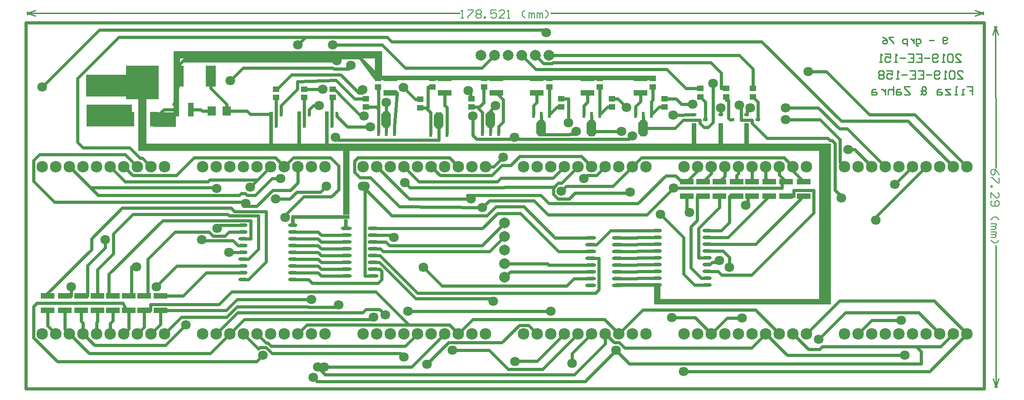
<source format=gbl>
%FSLAX23Y23*%
%MOIN*%
G70*
G01*
G75*
G04 Layer_Physical_Order=2*
G04 Layer_Color=16711680*
%ADD10C,0.010*%
%ADD11C,0.024*%
%ADD12C,0.006*%
%ADD13C,0.079*%
%ADD14C,0.085*%
%ADD15C,0.071*%
%ADD16O,0.067X0.024*%
%ADD17O,0.079X0.024*%
%ADD18R,0.075X0.157*%
%ADD19R,0.059X0.110*%
%ADD20R,0.240X0.248*%
%ADD21R,0.063X0.071*%
%ADD22R,0.051X0.039*%
%ADD23R,0.102X0.043*%
%ADD24R,0.043X0.102*%
%ADD25R,0.024X0.033*%
%ADD26R,0.033X0.024*%
G04:AMPARAMS|DCode=27|XSize=71mil|YSize=118mil|CornerRadius=0mil|HoleSize=0mil|Usage=FLASHONLY|Rotation=0.000|XOffset=0mil|YOffset=0mil|HoleType=Round|Shape=Octagon|*
%AMOCTAGOND27*
4,1,8,-0.018,0.059,0.018,0.059,0.035,0.041,0.035,-0.041,0.018,-0.059,-0.018,-0.059,-0.035,-0.041,-0.035,0.041,-0.018,0.059,0.0*
%
%ADD27OCTAGOND27*%

%ADD28R,0.020X0.047*%
%ADD29R,0.020X0.063*%
%ADD30R,2.050X0.035*%
%ADD31R,0.430X0.030*%
%ADD32R,0.025X0.070*%
%ADD33R,0.025X0.060*%
%ADD34R,0.430X0.160*%
%ADD35R,0.335X0.160*%
%ADD36R,0.170X0.110*%
%ADD37R,0.040X0.150*%
%ADD38R,0.045X0.120*%
%ADD39R,1.490X0.055*%
%ADD40R,0.055X0.160*%
%ADD41R,0.060X0.410*%
%ADD42R,5.035X0.055*%
%ADD43R,0.050X0.485*%
%ADD44R,0.025X0.245*%
%ADD45R,0.025X0.285*%
%ADD46R,0.035X0.170*%
%ADD47R,0.035X0.185*%
%ADD48R,0.325X0.025*%
%ADD49R,0.085X1.180*%
%ADD50R,1.300X0.040*%
%ADD51R,0.045X0.150*%
D10*
X8223Y4100D02*
Y4120D01*
X1195Y4100D02*
Y4120D01*
X8163Y4090D02*
X8223Y4110D01*
X8163Y4130D02*
X8223Y4110D01*
X1195D02*
X1255Y4090D01*
X1195Y4110D02*
X1255Y4130D01*
X5045Y4110D02*
X8223D01*
X1195D02*
X4373D01*
X8308Y1360D02*
X8328Y1360D01*
X8304Y4009D02*
X8324Y4009D01*
X8298Y1420D02*
X8318Y1360D01*
X8338Y1420D01*
X8294Y3949D02*
X8314Y4009D01*
X8334Y3949D01*
X8317Y2398D02*
X8318Y1360D01*
X8314Y4009D02*
X8316Y2970D01*
X7960Y3893D02*
X7952Y3885D01*
X7935D01*
X7927Y3893D01*
Y3926D01*
X7935Y3934D01*
X7952D01*
X7960Y3926D01*
Y3918D01*
X7952Y3910D01*
X7927D01*
X7861D02*
X7828D01*
X7746Y3869D02*
X7738D01*
X7730Y3877D01*
Y3918D01*
X7754D01*
X7763Y3910D01*
Y3893D01*
X7754Y3885D01*
X7730D01*
X7713Y3918D02*
Y3885D01*
Y3901D01*
X7705Y3910D01*
X7697Y3918D01*
X7689D01*
X7664Y3869D02*
Y3918D01*
X7639D01*
X7631Y3910D01*
Y3893D01*
X7639Y3885D01*
X7664D01*
X7565Y3934D02*
X7532D01*
Y3926D01*
X7565Y3893D01*
Y3885D01*
X7483Y3934D02*
X7499Y3926D01*
X7516Y3910D01*
Y3893D01*
X7508Y3885D01*
X7491D01*
X7483Y3893D01*
Y3901D01*
X7491Y3910D01*
X7516D01*
X8105Y3570D02*
X8145D01*
Y3540D01*
X8125D01*
X8145D01*
Y3510D01*
X8085D02*
X8065D01*
X8075D01*
Y3550D01*
X8085D01*
X8035Y3510D02*
X8015D01*
X8025D01*
Y3570D01*
X8035D01*
X7985Y3550D02*
X7945D01*
X7985Y3510D01*
X7945D01*
X7915Y3550D02*
X7895D01*
X7885Y3540D01*
Y3510D01*
X7915D01*
X7925Y3520D01*
X7915Y3530D01*
X7885D01*
X7765Y3510D02*
X7775Y3520D01*
X7785Y3510D01*
X7795D01*
X7805Y3520D01*
Y3530D01*
X7795Y3540D01*
X7805Y3550D01*
Y3560D01*
X7795Y3570D01*
X7785D01*
X7775Y3560D01*
Y3550D01*
X7785Y3540D01*
X7775Y3530D01*
Y3520D01*
X7765Y3540D02*
X7775Y3530D01*
X7795Y3540D02*
X7785D01*
X7685Y3570D02*
X7645D01*
Y3560D01*
X7685Y3520D01*
Y3510D01*
X7645D01*
X7615Y3550D02*
X7595D01*
X7585Y3540D01*
Y3510D01*
X7615D01*
X7625Y3520D01*
X7615Y3530D01*
X7585D01*
X7565Y3570D02*
Y3510D01*
Y3540D01*
X7555Y3550D01*
X7535D01*
X7525Y3540D01*
Y3510D01*
X7505Y3550D02*
Y3510D01*
Y3530D01*
X7495Y3540D01*
X7485Y3550D01*
X7475D01*
X7435D02*
X7415D01*
X7405Y3540D01*
Y3510D01*
X7435D01*
X7445Y3520D01*
X7435Y3530D01*
X7405D01*
X8020Y3750D02*
X8060D01*
X8020Y3790D01*
Y3800D01*
X8030Y3810D01*
X8050D01*
X8060Y3800D01*
X8000D02*
X7990Y3810D01*
X7970D01*
X7960Y3800D01*
Y3760D01*
X7970Y3750D01*
X7990D01*
X8000Y3760D01*
Y3800D01*
X7940Y3750D02*
X7920D01*
X7930D01*
Y3810D01*
X7940Y3800D01*
X7890Y3760D02*
X7880Y3750D01*
X7860D01*
X7850Y3760D01*
Y3800D01*
X7860Y3810D01*
X7880D01*
X7890Y3800D01*
Y3790D01*
X7880Y3780D01*
X7850D01*
X7830D02*
X7790D01*
X7730Y3810D02*
X7770D01*
Y3750D01*
X7730D01*
X7770Y3780D02*
X7750D01*
X7670Y3810D02*
X7710D01*
Y3750D01*
X7670D01*
X7710Y3780D02*
X7690D01*
X7650D02*
X7610D01*
X7590Y3750D02*
X7570D01*
X7580D01*
Y3810D01*
X7590Y3800D01*
X7500Y3810D02*
X7540D01*
Y3780D01*
X7520Y3790D01*
X7510D01*
X7500Y3780D01*
Y3760D01*
X7510Y3750D01*
X7530D01*
X7540Y3760D01*
X7480Y3750D02*
X7460D01*
X7470D01*
Y3810D01*
X7480Y3800D01*
X8035Y3625D02*
X8075D01*
X8035Y3665D01*
Y3675D01*
X8045Y3685D01*
X8065D01*
X8075Y3675D01*
X8015D02*
X8005Y3685D01*
X7985D01*
X7975Y3675D01*
Y3635D01*
X7985Y3625D01*
X8005D01*
X8015Y3635D01*
Y3675D01*
X7955Y3625D02*
X7935D01*
X7945D01*
Y3685D01*
X7955Y3675D01*
X7905Y3635D02*
X7895Y3625D01*
X7875D01*
X7865Y3635D01*
Y3675D01*
X7875Y3685D01*
X7895D01*
X7905Y3675D01*
Y3665D01*
X7895Y3655D01*
X7865D01*
X7845D02*
X7805D01*
X7745Y3685D02*
X7785D01*
Y3625D01*
X7745D01*
X7785Y3655D02*
X7765D01*
X7685Y3685D02*
X7725D01*
Y3625D01*
X7685D01*
X7725Y3655D02*
X7705D01*
X7665D02*
X7625D01*
X7605Y3625D02*
X7585D01*
X7595D01*
Y3685D01*
X7605Y3675D01*
X7515Y3685D02*
X7555D01*
Y3655D01*
X7535Y3665D01*
X7525D01*
X7515Y3655D01*
Y3635D01*
X7525Y3625D01*
X7545D01*
X7555Y3635D01*
X7495Y3675D02*
X7485Y3685D01*
X7465D01*
X7455Y3675D01*
Y3665D01*
X7465Y3655D01*
X7455Y3645D01*
Y3635D01*
X7465Y3625D01*
X7485D01*
X7495Y3635D01*
Y3645D01*
X7485Y3655D01*
X7495Y3665D01*
Y3675D01*
X7485Y3655D02*
X7465D01*
D11*
X2660Y3390D02*
X2812D01*
X2835Y3367D01*
X2988D01*
X2398Y3400D02*
X2469D01*
X2479Y3390D01*
X2550D01*
X4916Y3362D02*
Y3429D01*
X4940Y3453D01*
Y3522D01*
X5286Y3362D02*
Y3427D01*
X5315Y3456D01*
Y3522D01*
X5666Y3362D02*
Y3422D01*
X5705Y3461D01*
Y3522D01*
X5034Y3362D02*
Y3464D01*
X5035Y3465D01*
Y3567D01*
X5404Y3362D02*
Y3464D01*
X5405Y3465D01*
Y3567D01*
X5784Y3362D02*
Y3459D01*
X5795Y3470D01*
Y3567D01*
X3025Y3283D02*
Y3489D01*
X3230Y3283D02*
Y3489D01*
X3835Y3236D02*
Y3326D01*
X4220Y3231D02*
Y3321D01*
X4600Y3236D02*
Y3326D01*
X4975Y3264D02*
Y3354D01*
X5345Y3264D02*
Y3354D01*
X5725Y3264D02*
Y3354D01*
X6410Y2868D02*
Y2916D01*
X6425Y2931D01*
Y2980D01*
X6525Y2868D02*
Y2980D01*
X1705Y1750D02*
Y1833D01*
X1710Y1838D01*
Y1922D01*
X1605Y1750D02*
Y1828D01*
X1590Y1843D02*
X1605Y1828D01*
X1590Y1843D02*
Y1922D01*
X1805Y1750D02*
Y1825D01*
X1825Y1845D01*
Y1922D01*
X5533Y2457D02*
X5678D01*
X5681Y2460D01*
X5827D01*
X5533Y2407D02*
X5678D01*
X5681Y2410D01*
X5827D01*
X5533Y2357D02*
X5678D01*
X5681Y2360D01*
X5827D01*
X5533Y2307D02*
X5678D01*
X5681Y2310D01*
X5827D01*
X5533Y2257D02*
X5678D01*
X5681Y2260D01*
X5827D01*
X5533Y2207D02*
X5678D01*
X5681Y2210D01*
X5827D01*
X5533Y2157D02*
X5678D01*
X5681Y2160D01*
X5827D01*
X3148Y2200D02*
X3332D01*
X3357Y2175D01*
X3542D01*
X3148Y2250D02*
X3332D01*
X3357Y2225D01*
X3542D01*
X3148Y2300D02*
X3332D01*
X3357Y2275D01*
X3542D01*
X3148Y2350D02*
X3332D01*
X3357Y2325D01*
X3542D01*
X3148Y2400D02*
X3332D01*
X3357Y2375D01*
X3542D01*
X3148Y2450D02*
X3332D01*
X3357Y2425D01*
X3542D01*
X3148Y2500D02*
X3332D01*
X3357Y2475D01*
X3542D01*
X5030Y3800D02*
X6430D01*
X6530Y3700D01*
Y3556D02*
Y3700D01*
X6037Y3556D02*
X6145D01*
X4161Y3223D02*
Y3378D01*
X4140Y3567D02*
X4175D01*
X6193Y2510D02*
X6298D01*
X6358Y2570D01*
Y2762D02*
X6410D01*
X6550Y1925D02*
X6725Y1750D01*
X5720Y1925D02*
X6550D01*
X5545Y1750D02*
X5720Y1925D01*
X1905Y2980D02*
X1970Y2915D01*
X2290D01*
X2420Y3045D01*
X3020D01*
X3085Y2980D01*
X4541Y3228D02*
Y3378D01*
X6925Y1750D02*
X7167Y1992D01*
X7863D01*
X8105Y1750D01*
X7749Y1906D02*
X7905Y1750D01*
X7209Y1906D02*
X7749D01*
X7013Y1710D02*
X7209Y1906D01*
X3785Y1930D02*
X3827Y1888D01*
X3685Y1930D02*
X3785D01*
X4300Y1815D02*
X4365Y1750D01*
X3185D02*
X3250Y1815D01*
X6021Y1474D02*
X7829D01*
X8105Y1750D01*
X3738Y2375D02*
X3790D01*
X3738Y2225D02*
X3786D01*
X3800Y2211D01*
Y2148D02*
Y2211D01*
X3775Y2123D02*
X3800Y2148D01*
X3289Y2123D02*
X3775D01*
X3262Y2150D02*
X3289Y2123D01*
X3148Y2150D02*
X3262D01*
X3738Y2275D02*
X3784D01*
X4051Y2008D01*
X4602D01*
X4619Y1991D01*
X5484Y2510D02*
X5827D01*
X5381Y2407D02*
X5484Y2510D01*
X5337Y2407D02*
X5381D01*
X5948Y2824D02*
X6745D01*
Y2868D02*
X6775D01*
X7280Y3105D02*
X7405Y2980D01*
X7230Y3105D02*
X7280D01*
X4676Y2895D02*
X5060D01*
X5145Y2980D01*
X7172Y3013D02*
X7205Y2980D01*
X4565D02*
X4625D01*
X4693Y3048D01*
X4600Y3391D02*
X4637Y3428D01*
X4600Y3326D02*
Y3391D01*
X4165Y2980D02*
X4229Y2916D01*
X4610D01*
X4685Y2991D01*
X4750D01*
X4815Y3056D01*
X5269D01*
X5345Y2980D01*
X4645Y3522D02*
X4694Y3473D01*
Y3310D02*
Y3473D01*
X4659Y3275D02*
X4694Y3310D01*
X4659Y3228D02*
Y3275D01*
X3435Y3489D02*
X3440D01*
X3435Y3372D02*
X3435Y3372D01*
Y3283D02*
Y3372D01*
X3462Y3196D02*
X3481Y3177D01*
X4220D01*
Y3231D01*
X3685Y3419D02*
X3761D01*
X3776Y3228D02*
Y3404D01*
X6193Y2260D02*
X6215D01*
X6231Y2276D01*
X6477Y2695D02*
X6495Y2713D01*
Y2762D02*
X6525D01*
X6348Y2460D02*
X6650Y2762D01*
X6193Y2460D02*
X6348D01*
X6901Y2762D02*
X6905D01*
X6549Y2410D02*
X6901Y2762D01*
X6193Y2410D02*
X6549D01*
X6120Y2762D02*
X6165D01*
X6120Y2729D02*
X6122Y2727D01*
Y2585D02*
Y2727D01*
X6074Y2537D02*
X6122Y2585D01*
X6074Y2236D02*
Y2537D01*
Y2236D02*
X6150Y2160D01*
X6193D01*
X6775Y2762D02*
X6831D01*
Y2806D02*
X6978D01*
Y2639D02*
Y2806D01*
X6522Y2183D02*
X6978Y2639D01*
X6300Y2183D02*
X6522D01*
X6274Y2210D02*
X6300Y2183D01*
X6193Y2210D02*
X6274D01*
X2175Y2028D02*
X2339D01*
X2511Y2200D01*
X2782D01*
X2294Y2250D02*
X2782D01*
X2144Y2100D02*
X2294Y2250D01*
X2144Y2096D02*
Y2100D01*
X1470Y2028D02*
X1517D01*
X6567Y3325D02*
Y3456D01*
X6530Y3494D02*
X6567Y3456D01*
X6297Y3556D02*
X6335D01*
X6297D02*
Y3670D01*
X6360Y3325D02*
X6377D01*
X6350Y3335D02*
X6360Y3325D01*
X6350Y3335D02*
Y3470D01*
X6335D02*
Y3494D01*
X7722Y3363D02*
X8105Y2980D01*
X7386Y3363D02*
X7722D01*
X7069Y3680D02*
X7386Y3363D01*
X6938Y3680D02*
X7069D01*
X6236Y3593D02*
X6236Y3593D01*
X6236Y3306D02*
Y3593D01*
X6201Y3271D02*
X6236Y3306D01*
X6169Y3271D02*
X6201D01*
X6140Y3300D02*
X6169Y3271D01*
X6140Y3300D02*
Y3322D01*
X6016D02*
X6140D01*
X5957Y3263D02*
X6016Y3322D01*
X5725Y3263D02*
Y3264D01*
X4975Y3216D02*
Y3264D01*
X5182Y3216D02*
X5184Y3218D01*
X5231D02*
Y3239D01*
X3738Y2525D02*
X4542D01*
X4653Y2636D01*
X4821D01*
X5099Y2357D01*
X5337D01*
X5287Y2893D02*
X5310Y2916D01*
X5381D01*
X5445Y2980D01*
X3738Y2475D02*
X3872D01*
X3889Y2458D01*
X4108Y2239D02*
X4244Y2103D01*
X5161D01*
X5215Y2157D01*
X5337D01*
X2887Y2882D02*
X2985Y2980D01*
X4518Y3419D02*
X4549Y3450D01*
Y3567D02*
X4555D01*
X3775Y3543D02*
X3776Y3542D01*
X3775Y3543D02*
Y3567D01*
X2055Y2028D02*
X2079D01*
Y2300D02*
X2279Y2500D01*
X2531D01*
X2562Y2470D01*
X2646D01*
X2676Y2500D01*
X2782D01*
X1940Y2028D02*
X1959D01*
Y2242D02*
X1998D01*
X2678Y2350D02*
X2782D01*
X2270Y3440D02*
X2292Y3462D01*
Y3400D02*
Y3462D01*
X2307Y3645D01*
X5075Y2457D02*
X5337D01*
X3875Y2620D02*
X4575D01*
X3677Y2175D02*
X3738D01*
X2307Y3645D02*
Y3725D01*
X3641Y3782D02*
X3753Y3630D01*
X3775D01*
X2128Y3329D02*
X2199Y3400D01*
X2292D01*
X2543Y3557D02*
Y3645D01*
Y3557D02*
X2660Y3440D01*
Y3390D02*
Y3440D01*
X2328Y1873D02*
X2660D01*
X2205Y1750D02*
X2328Y1873D01*
X2612Y2550D02*
X2782D01*
X2589Y2527D02*
X2612Y2550D01*
X5852Y2631D02*
X6022Y2461D01*
Y2188D02*
Y2461D01*
Y2188D02*
X6100Y2110D01*
X6193D01*
X4471Y3211D02*
Y3353D01*
Y3211D02*
X4500Y3182D01*
X4776D02*
Y3196D01*
X5620Y3182D02*
X5644Y3206D01*
X4790Y3182D02*
X5620D01*
X4776Y3196D02*
X4790Y3182D01*
X3865Y3522D02*
X3914D01*
X3894Y3228D02*
Y3275D01*
X4265Y3430D02*
Y3522D01*
Y3430D02*
X4279Y3416D01*
Y3223D02*
Y3416D01*
X5034Y3362D02*
X5091Y3419D01*
X5120D01*
X5404Y3362D02*
X5461Y3419D01*
X5495D01*
X5784Y3362D02*
X5841Y3419D01*
X5880D01*
X3599Y3481D02*
X3685D01*
X3463Y3617D02*
X3599Y3481D01*
X3182Y3606D02*
X3463Y3617D01*
X3182Y3548D02*
Y3606D01*
X3062Y3428D02*
X3182Y3548D01*
X3062Y3367D02*
Y3428D01*
X3267Y3367D02*
Y3400D01*
X3296Y3429D01*
X3339D01*
X3961Y3562D02*
X4047Y3476D01*
X4085D01*
X3472Y3350D02*
Y3367D01*
Y3350D02*
X3550Y3272D01*
X3718D01*
X4438Y3540D02*
X4454Y3524D01*
Y3481D02*
X4460D01*
X5952Y3360D02*
X6098Y3362D01*
X5945Y3360D02*
X5952D01*
X5174Y3304D02*
Y3481D01*
X5120D02*
X5174D01*
X5495D02*
X5536D01*
X5600Y3417D01*
X6293Y3362D02*
X6293D01*
X5880Y3481D02*
X5964D01*
X6007Y3438D01*
X6087D01*
X6488Y3391D02*
X6510Y3413D01*
X6483Y3362D02*
X6488D01*
X6145Y3494D02*
X6182Y3456D01*
Y3325D02*
Y3456D01*
X2782Y2150D02*
X2822D01*
X1590Y2028D02*
X1637D01*
Y2253D02*
X1768Y2384D01*
Y2442D01*
X2478D02*
X2484Y2436D01*
X2707D01*
X2743Y2400D01*
X2782D01*
Y2300D02*
X2822D01*
X1826Y2340D02*
Y2486D01*
X1710Y2224D02*
X1826Y2340D01*
X1710Y2028D02*
Y2224D01*
X2189Y2584D02*
X2646D01*
X1795Y2190D02*
X2189Y2584D01*
X1795Y2028D02*
X1825D01*
X6285Y2681D02*
Y2762D01*
X6130Y2526D02*
X6285Y2681D01*
X6130Y2310D02*
Y2526D01*
Y2310D02*
X6193D01*
X6045Y2661D02*
X6064Y2642D01*
X6045Y2661D02*
Y2762D01*
X3835Y3326D02*
Y3454D01*
X5345Y3239D02*
Y3264D01*
X6430Y3433D02*
X6444Y3419D01*
Y3322D02*
Y3419D01*
Y3322D02*
X6525D01*
Y3300D02*
Y3322D01*
X5097Y2743D02*
X5180D01*
X5065Y2775D02*
X5097Y2743D01*
X5065Y2775D02*
Y2825D01*
X3089Y2607D02*
Y2623D01*
X3226Y2760D01*
X3432D01*
X3483Y2811D01*
Y2987D01*
X3425Y3045D02*
X3483Y2987D01*
X3150Y3045D02*
X3425D01*
X3085Y2980D02*
X3150Y3045D01*
X6625Y2893D02*
X6650Y2868D01*
X6625Y2893D02*
Y2980D01*
X5122Y2801D02*
X5156Y2835D01*
X5500D01*
X5645Y2980D01*
X5711Y3046D01*
X6759D01*
X6825Y2980D01*
X2041Y3044D02*
X2105Y2980D01*
X2024Y3044D02*
X2041D01*
X7179Y3315D02*
X7670D01*
X8005Y2980D01*
X6825Y2948D02*
X6905Y2868D01*
X6825Y2948D02*
Y2980D01*
X6006Y2868D02*
X6045D01*
X5961Y2913D02*
X6006Y2868D01*
X5891Y2913D02*
X5961D01*
X5685Y2708D02*
X5891Y2913D01*
X5031Y2708D02*
X5685D01*
X3765Y2980D02*
X4003Y2742D01*
X6045Y2868D02*
X6125Y2948D01*
Y2980D01*
X3022Y2743D02*
X3125D01*
X3176Y2794D01*
X3351D01*
X3393Y2836D01*
X7225Y3260D02*
X7505Y2980D01*
X6285Y2868D02*
X6325Y2908D01*
Y2980D01*
X7573Y2848D02*
X7705Y2980D01*
X4300Y3045D02*
X4365Y2980D01*
X3625Y3045D02*
X4300D01*
X3600Y3020D02*
X3625Y3045D01*
X3600Y2940D02*
Y3020D01*
Y2940D02*
X3641Y2899D01*
X3716D01*
X3930Y2685D01*
X4541Y2678D01*
X5751Y2627D02*
X5948Y2824D01*
X5023Y2627D02*
X5751D01*
X2882Y2689D02*
X3000Y2807D01*
X3185Y2863D02*
Y2980D01*
X3129Y2807D02*
X3185Y2863D01*
X3000Y2807D02*
X3129D01*
X1240Y2874D02*
Y3025D01*
X6725Y2918D02*
X6775Y2868D01*
X6725Y2918D02*
Y2980D01*
X2995Y2894D02*
X3058D01*
X6165Y2868D02*
X6225Y2928D01*
Y2980D01*
X1345Y1810D02*
X1405Y1750D01*
X1345Y1810D02*
Y1922D01*
X4133Y1527D02*
X4292Y1686D01*
X4343Y1685D01*
X4685D01*
X7403Y1848D02*
X7620D01*
X7305Y1750D02*
X7403Y1848D01*
X2105Y1750D02*
X2175Y1820D01*
Y1922D01*
X2658D01*
X2738Y2002D01*
X3285D01*
X6825Y1750D02*
X6939Y1636D01*
X7021D01*
X7767Y1531D02*
Y1618D01*
X5621Y1531D02*
X7767D01*
X5524Y1628D02*
X5621Y1531D01*
X1470Y1785D02*
X1505Y1750D01*
X1470Y1785D02*
Y1922D01*
X3993Y1915D02*
X5045D01*
X5933Y1868D02*
X6107D01*
X6225Y1750D01*
X6342Y1867D02*
X6449D01*
X6225Y1750D02*
X6342Y1867D01*
X4322Y1628D02*
X4590D01*
X1905Y1750D02*
X1940Y1785D01*
Y1922D01*
X4022Y1507D02*
X4265Y1750D01*
X3378Y1507D02*
X4022D01*
X5445Y1677D02*
Y1750D01*
X1240Y1721D02*
Y1950D01*
X1265Y1975D01*
X1898D01*
X1925Y1922D01*
X1940D01*
X6625Y1750D02*
X6783Y1592D01*
X7647D01*
X4943Y1548D02*
X5145Y1750D01*
X5201Y1606D02*
X5345Y1750D01*
X5201Y1532D02*
Y1606D01*
X2005Y1750D02*
X2055Y1800D01*
Y1922D01*
X2102D01*
Y1966D02*
X2603D01*
X2696Y2059D01*
X3756D01*
X3025Y3551D02*
X3031D01*
X3136Y3656D01*
X3662Y3524D02*
Y3547D01*
X4536Y3706D02*
X4630Y3800D01*
X3973Y3706D02*
X4536D01*
X3803Y3876D02*
X3973Y3706D01*
X3440Y3876D02*
X3803D01*
X3230Y3551D02*
X3367D01*
X5337Y2307D02*
X5398D01*
Y2075D02*
Y2307D01*
X5373Y2050D02*
X5398Y2075D01*
X4063Y2050D02*
X5373D01*
X3788Y2325D02*
X4063Y2050D01*
X3738Y2325D02*
X3788D01*
X3738Y2425D02*
X3832D01*
X3856Y2400D01*
X4540D01*
X4705Y2565D01*
X4747Y2207D02*
X5337D01*
X4705Y2165D02*
X4747Y2207D01*
X4705Y2265D02*
X5020D01*
X5028Y2257D01*
X5337D01*
X2307Y3725D02*
X2340Y3758D01*
X2364Y3782D01*
X2340Y3758D02*
X3470D01*
X3446Y3782D02*
X3470Y3758D01*
X2364Y3782D02*
X3446D01*
X3677Y2175D02*
Y2818D01*
Y2835D01*
Y2818D02*
X3875Y2620D01*
X3660Y2835D02*
X3677Y2818D01*
X3641Y3782D02*
X3794Y3628D01*
X3865D01*
X4265D01*
X4645D01*
X4940D01*
X5315D01*
X4500Y3182D02*
X4776D01*
X3894Y3275D02*
X3914Y3518D01*
X3914Y3522D01*
X3761Y3419D02*
X3776Y3404D01*
Y3542D01*
X4125Y3414D02*
X4161Y3378D01*
X4085Y3414D02*
X4125D01*
X4140D01*
Y3567D01*
X4500Y3419D02*
X4541Y3378D01*
X4460Y3419D02*
X4500D01*
X4518D01*
X4549Y3450D02*
Y3567D01*
X4454Y3481D02*
Y3524D01*
X6293Y3362D02*
Y3413D01*
X6488Y3362D02*
Y3391D01*
X3435Y3372D02*
Y3489D01*
X6335Y3470D02*
X6350D01*
X1517Y2028D02*
Y2095D01*
X1637Y2028D02*
Y2253D01*
X1795Y2028D02*
Y2190D01*
X1959Y2028D02*
Y2242D01*
X2079Y2028D02*
Y2300D01*
X6831Y2762D02*
Y2806D01*
X6495Y2713D02*
Y2762D01*
X6358Y2570D02*
Y2762D01*
X6120Y2729D02*
Y2762D01*
X4975Y3216D02*
X5182D01*
X5184Y3218D02*
X5231D01*
X5345Y3239D02*
X5565D01*
X5725Y3263D02*
X5957D01*
X5098Y2858D02*
X5099Y2859D01*
X5098Y2858D02*
X5123D01*
X5099Y2859D02*
X5124D01*
X5123Y2858D02*
X5124Y2859D01*
X5245Y2980D01*
X3185Y3877D02*
X3241Y3933D01*
X1868D02*
X3241D01*
X4003Y2742D02*
X4458D01*
X2833Y2828D02*
X2887Y2882D01*
X2783Y2689D02*
X2882D01*
X6745Y2824D02*
Y2868D01*
X1505Y2980D02*
X1668Y2818D01*
X2102Y1922D02*
Y1966D01*
X3250Y1815D02*
X4000D01*
X4300D01*
X3756Y2059D02*
X4000Y1815D01*
X6193Y2360D02*
X6310D01*
X6358Y2312D01*
Y2241D02*
Y2312D01*
X6231Y2276D02*
X6265D01*
X6279Y2290D01*
X6285D01*
X1185Y1345D02*
X8230D01*
X3297Y1428D02*
X3325Y1400D01*
X5296D01*
X5524Y1628D01*
X3329Y1506D02*
X3385Y1450D01*
X5218D01*
X5445Y1677D01*
X2785Y1750D02*
X2895Y1640D01*
X2895D01*
X2903Y1649D01*
X2885Y1750D02*
X2952Y1683D01*
X2965D01*
X2903Y1649D02*
X2951D01*
X2660Y1873D02*
X2737Y1950D01*
X3256D01*
X3261Y1945D01*
X3464D01*
X3483Y1964D01*
X3459Y1907D02*
X3662D01*
X3685Y1930D01*
X2685Y1750D02*
X2790Y1855D01*
X3724D01*
X3742Y1873D01*
X2585Y1750D02*
X2740Y1905D01*
X3458D01*
X3459Y1907D01*
X1345Y2028D02*
Y2050D01*
X1666Y2371D01*
Y2450D01*
X1240Y2874D02*
X1394Y2720D01*
X2782Y2450D02*
X2838D01*
X2822Y2150D02*
X2950Y2278D01*
Y2651D01*
X2822Y2300D02*
X2895Y2373D01*
Y2618D01*
X2535Y2882D02*
X2887D01*
X2646Y2584D02*
X2646Y2584D01*
X2871Y2770D02*
X2995Y2894D01*
X2646Y2584D02*
X2838D01*
Y2450D02*
Y2584D01*
X2680Y2618D02*
X2895D01*
X2718Y2651D02*
X2950D01*
X1394Y2720D02*
X2774D01*
X2779Y2725D02*
X2790D01*
X1715Y2770D02*
X2754D01*
X2766Y2782D01*
X2790Y2725D02*
X2800Y2715D01*
Y2710D02*
Y2715D01*
X2766Y2782D02*
X2798D01*
X2810Y2770D01*
X2871D01*
X2774Y2720D02*
X2779Y2725D01*
X1666Y2450D02*
X1891Y2675D01*
X2694D01*
X2718Y2651D01*
X1826Y2486D02*
X1970Y2630D01*
X2667D01*
X2680Y2618D01*
X3790Y2375D02*
X3810Y2355D01*
X4595D01*
X4705Y2465D01*
X4730Y1488D02*
X4983D01*
X4780Y1545D02*
X4783Y1548D01*
X4943D01*
X4590Y1628D02*
X4730Y1488D01*
X4983D02*
X5245Y1750D01*
X4575Y2620D02*
X4640Y2685D01*
X4847D01*
X5075Y2457D01*
X5180Y2743D02*
X5222Y2785D01*
X5619D01*
X5628Y2794D01*
X4705Y2830D02*
X5070D01*
X5065Y2825D02*
X5070Y2830D01*
X5085Y2845D01*
X3969Y2863D02*
X4007Y2825D01*
X4700D01*
X4705Y2830D01*
X3965Y2980D02*
X4075Y2870D01*
X4651D01*
X4676Y2895D01*
X7167Y2775D02*
X7170D01*
X7435Y2585D02*
Y2610D01*
X7805Y2980D01*
X7170Y2775D02*
X7180Y2765D01*
Y2750D02*
Y2765D01*
X6769Y3414D02*
X7012D01*
X7166Y3260D01*
X7225D01*
X6525Y3300D02*
X6635Y3190D01*
X7080D01*
X7098Y3172D01*
X7114D01*
X6769Y3326D02*
X7024D01*
X7172Y3178D01*
Y3013D02*
Y3178D01*
X6222Y3745D02*
X6297Y3670D01*
X5055Y3739D02*
X5062Y3745D01*
X6222D01*
X4991Y3739D02*
X5055D01*
X4930Y3800D02*
X4991Y3739D01*
X4830Y3800D02*
X4935Y3695D01*
X5898D01*
X6037Y3556D01*
X1305Y3567D02*
X1723Y3985D01*
X4994D01*
X5012Y3967D01*
X2688Y3614D02*
X2779Y3705D01*
X3442D01*
X3446Y3701D01*
X3446Y3782D02*
X3446Y3782D01*
X3640D02*
X3641Y3782D01*
X3446Y3782D02*
X3640D01*
X3446Y3701D02*
X3560D01*
X3576Y3717D01*
Y3724D01*
X3575Y3725D02*
X3576Y3724D01*
X3136Y3656D02*
X3499D01*
X3631Y3524D01*
X3662D01*
X3647Y3353D02*
X3669D01*
X3487Y3513D02*
Y3517D01*
Y3513D02*
X3647Y3353D01*
X3453Y3551D02*
X3487Y3517D01*
X3440Y3551D02*
X3453D01*
X1565Y3160D02*
Y3630D01*
X1868Y3933D01*
X1565Y3160D02*
X1605Y3120D01*
X1948D01*
X2024Y3044D01*
X1240Y3025D02*
X1285Y3070D01*
X1915D01*
X2005Y2980D01*
X1185Y1345D02*
Y4040D01*
X8230D01*
Y1345D02*
Y4040D01*
X3241Y3933D02*
X3842D01*
X3875Y3900D01*
X6594D01*
X7179Y3315D01*
X1240Y1721D02*
X1416Y1545D01*
X2880D01*
X2927Y1592D01*
X1505Y1750D02*
X1650Y1605D01*
X2540D01*
X2685Y1750D01*
X1605D02*
X1690Y1665D01*
X2211D01*
X2361Y1815D01*
X5445Y1750D02*
X5510Y1685D01*
X5548D01*
X7021Y1636D02*
X7040Y1655D01*
X7910D01*
X7730D02*
X7767Y1618D01*
X7910Y1655D02*
X8005Y1750D01*
X5548Y1685D02*
X5588Y1645D01*
X6520D01*
X6625Y1750D01*
X2951Y1649D02*
X2995Y1605D01*
X3939D01*
X3965Y1579D01*
X2965Y1683D02*
X2988Y1660D01*
X3975D01*
X4065Y1750D01*
X4685Y1685D02*
X4814Y1814D01*
X4881D01*
X4945Y1750D01*
X4365D02*
X4470Y1855D01*
X5440D01*
X5545Y1750D01*
X7135Y2807D02*
X7167Y2775D01*
X7135Y2807D02*
Y3151D01*
X7114Y3172D02*
X7135Y3151D01*
X1660Y2825D02*
X1715Y2770D01*
X1660Y2825D02*
X2584D01*
X2588Y2821D01*
X1805Y2980D02*
X1915Y2870D01*
X2523D01*
X2535Y2882D01*
X4541Y2678D02*
X4593Y2730D01*
X4920D01*
X5023Y2627D01*
X4430Y2770D02*
X4458Y2742D01*
X4430Y2770D02*
X4969D01*
X5031Y2708D01*
D12*
X4383Y4074D02*
X4403D01*
X4393D01*
Y4134D01*
X4383Y4124D01*
X4433Y4134D02*
X4473D01*
Y4124D01*
X4433Y4084D01*
Y4074D01*
X4493Y4124D02*
X4503Y4134D01*
X4523D01*
X4533Y4124D01*
Y4114D01*
X4523Y4104D01*
X4533Y4094D01*
Y4084D01*
X4523Y4074D01*
X4503D01*
X4493Y4084D01*
Y4094D01*
X4503Y4104D01*
X4493Y4114D01*
Y4124D01*
X4503Y4104D02*
X4523D01*
X4553Y4074D02*
Y4084D01*
X4563D01*
Y4074D01*
X4553D01*
X4643Y4134D02*
X4603D01*
Y4104D01*
X4623Y4114D01*
X4633D01*
X4643Y4104D01*
Y4084D01*
X4633Y4074D01*
X4613D01*
X4603Y4084D01*
X4703Y4074D02*
X4663D01*
X4703Y4114D01*
Y4124D01*
X4693Y4134D01*
X4673D01*
X4663Y4124D01*
X4723Y4074D02*
X4743D01*
X4733D01*
Y4134D01*
X4723Y4124D01*
X4853Y4074D02*
X4833Y4094D01*
Y4114D01*
X4853Y4134D01*
X4883Y4074D02*
Y4114D01*
X4893D01*
X4903Y4104D01*
Y4074D01*
Y4104D01*
X4913Y4114D01*
X4923Y4104D01*
Y4074D01*
X4943D02*
Y4114D01*
X4953D01*
X4963Y4104D01*
Y4074D01*
Y4104D01*
X4973Y4114D01*
X4983Y4104D01*
Y4074D01*
X5003D02*
X5023Y4094D01*
Y4114D01*
X5003Y4134D01*
X8340Y2920D02*
X8330Y2940D01*
X8310Y2960D01*
X8290Y2960D01*
X8280Y2950D01*
X8280Y2930D01*
X8290Y2920D01*
X8300Y2920D01*
X8310Y2930D01*
X8310Y2960D01*
X8340Y2900D02*
X8340Y2860D01*
X8330Y2860D01*
X8290Y2900D01*
X8280Y2900D01*
X8280Y2840D02*
X8290Y2840D01*
X8290Y2830D01*
X8280Y2830D01*
X8280Y2840D01*
X8280Y2750D02*
X8280Y2790D01*
X8320Y2750D01*
X8330Y2750D01*
X8340Y2760D01*
X8340Y2780D01*
X8330Y2790D01*
X8290Y2730D02*
X8280Y2720D01*
X8280Y2700D01*
X8290Y2690D01*
X8330Y2690D01*
X8340Y2700D01*
X8340Y2720D01*
X8330Y2730D01*
X8320Y2730D01*
X8310Y2720D01*
X8310Y2690D01*
X8281Y2590D02*
X8301Y2610D01*
X8321Y2610D01*
X8341Y2590D01*
X8281Y2560D02*
X8321Y2560D01*
X8321Y2550D01*
X8311Y2540D01*
X8281Y2540D01*
X8311Y2540D01*
X8321Y2530D01*
X8311Y2520D01*
X8281Y2520D01*
X8281Y2500D02*
X8321Y2500D01*
X8321Y2490D01*
X8311Y2480D01*
X8281Y2480D01*
X8311Y2480D01*
X8321Y2470D01*
X8311Y2460D01*
X8281Y2460D01*
X8281Y2440D02*
X8301Y2420D01*
X8321Y2420D01*
X8341Y2440D01*
D13*
X4705Y2165D02*
D03*
Y2265D02*
D03*
Y2365D02*
D03*
Y2465D02*
D03*
Y2565D02*
D03*
X5030Y3800D02*
D03*
X4930D02*
D03*
X4830D02*
D03*
X4730D02*
D03*
X4630D02*
D03*
X4530D02*
D03*
X1679Y3575D02*
D03*
X1681Y3375D02*
D03*
D14*
X8105Y1750D02*
D03*
X8005D02*
D03*
X7905D02*
D03*
X7805D02*
D03*
X7705D02*
D03*
X7605D02*
D03*
X7505D02*
D03*
X7405D02*
D03*
X7305D02*
D03*
X7205D02*
D03*
X8105Y2980D02*
D03*
X8005D02*
D03*
X7905D02*
D03*
X7805D02*
D03*
X7705D02*
D03*
X7605D02*
D03*
X7505D02*
D03*
X7405D02*
D03*
X7305D02*
D03*
X7205D02*
D03*
X6925Y1750D02*
D03*
X6825D02*
D03*
X6725D02*
D03*
X6625D02*
D03*
X6525D02*
D03*
X6425D02*
D03*
X6325D02*
D03*
X6225D02*
D03*
X6125D02*
D03*
X6025D02*
D03*
X6925Y2980D02*
D03*
X6825D02*
D03*
X6725D02*
D03*
X6625D02*
D03*
X6525D02*
D03*
X6425D02*
D03*
X6325D02*
D03*
X6225D02*
D03*
X6125D02*
D03*
X6025D02*
D03*
X5745Y1750D02*
D03*
X5645D02*
D03*
X5545D02*
D03*
X5445D02*
D03*
X5345D02*
D03*
X5245D02*
D03*
X5145D02*
D03*
X5045D02*
D03*
X4945D02*
D03*
X4845D02*
D03*
X5745Y2980D02*
D03*
X5645D02*
D03*
X5545D02*
D03*
X5445D02*
D03*
X5345D02*
D03*
X5245D02*
D03*
X5145D02*
D03*
X5045D02*
D03*
X4945D02*
D03*
X4845D02*
D03*
X4565Y1750D02*
D03*
X4465D02*
D03*
X4365D02*
D03*
X4265D02*
D03*
X4165D02*
D03*
X4065D02*
D03*
X3965D02*
D03*
X3865D02*
D03*
X3765D02*
D03*
X3665D02*
D03*
X4565Y2980D02*
D03*
X4465D02*
D03*
X4365D02*
D03*
X4265D02*
D03*
X4165D02*
D03*
X4065D02*
D03*
X3965D02*
D03*
X3865D02*
D03*
X3765D02*
D03*
X3665D02*
D03*
X3385Y1750D02*
D03*
X3285D02*
D03*
X3185D02*
D03*
X3085D02*
D03*
X2985D02*
D03*
X2885D02*
D03*
X2785D02*
D03*
X2685D02*
D03*
X2585D02*
D03*
X2485D02*
D03*
X3385Y2980D02*
D03*
X3285D02*
D03*
X3185D02*
D03*
X3085D02*
D03*
X2985D02*
D03*
X2885D02*
D03*
X2785D02*
D03*
X2685D02*
D03*
X2585D02*
D03*
X2485D02*
D03*
X2205Y1750D02*
D03*
X2105D02*
D03*
X2005D02*
D03*
X1905D02*
D03*
X1805D02*
D03*
X1705D02*
D03*
X1605D02*
D03*
X1505D02*
D03*
X1405D02*
D03*
X1305D02*
D03*
X2205Y2980D02*
D03*
X2105D02*
D03*
X2005D02*
D03*
X1905D02*
D03*
X1805D02*
D03*
X1705D02*
D03*
X1605D02*
D03*
X1505D02*
D03*
X1405D02*
D03*
X1305D02*
D03*
D15*
X2361Y1815D02*
D03*
X7013Y1710D02*
D03*
X3827Y1888D02*
D03*
X3742Y1873D02*
D03*
X3965Y1579D02*
D03*
X6021Y1474D02*
D03*
X4619Y1991D02*
D03*
X7230Y3105D02*
D03*
X3969Y2863D02*
D03*
X6769Y3326D02*
D03*
X4693Y3048D02*
D03*
X4637Y3428D02*
D03*
X3462Y3196D02*
D03*
X6477Y2695D02*
D03*
X2144Y2096D02*
D03*
X1517Y2095D02*
D03*
X6938Y3680D02*
D03*
X6236Y3593D02*
D03*
X5231Y3239D02*
D03*
X5287Y2893D02*
D03*
X3889Y2458D02*
D03*
X4108Y2239D02*
D03*
X1998Y2242D02*
D03*
X2678Y2350D02*
D03*
X3660Y2835D02*
D03*
X3677D02*
D03*
X3470Y3758D02*
D03*
X3483Y1964D02*
D03*
X2589Y2527D02*
D03*
X5852Y2631D02*
D03*
X1305Y3567D02*
D03*
X4471Y3353D02*
D03*
X4776Y3196D02*
D03*
X5644Y3206D02*
D03*
X3339Y3429D02*
D03*
X3961Y3562D02*
D03*
X3718Y3272D02*
D03*
X4438Y3540D02*
D03*
X5945Y3360D02*
D03*
X5174Y3304D02*
D03*
X5600Y3417D02*
D03*
X6293Y3413D02*
D03*
X6087Y3438D02*
D03*
X6510Y3413D02*
D03*
X1768Y2442D02*
D03*
X2478D02*
D03*
X6358Y2241D02*
D03*
X6064Y2642D02*
D03*
X3835Y3454D02*
D03*
X2688Y3614D02*
D03*
X5565Y3239D02*
D03*
X6430Y3433D02*
D03*
X5628Y2794D02*
D03*
X3089Y2607D02*
D03*
X5122Y2801D02*
D03*
X3185Y3877D02*
D03*
X4458Y2742D02*
D03*
X3022Y2743D02*
D03*
X3393Y2836D02*
D03*
X6769Y3414D02*
D03*
X7573Y2848D02*
D03*
X5948Y2824D02*
D03*
X4541Y2678D02*
D03*
X3058Y2894D02*
D03*
X2588Y2821D02*
D03*
X4133Y1527D02*
D03*
X7620Y1848D02*
D03*
X3285Y2002D02*
D03*
X3297Y1428D02*
D03*
X5524Y1628D02*
D03*
X5045Y1915D02*
D03*
X3993D02*
D03*
X5933Y1868D02*
D03*
X6449Y1867D02*
D03*
X4322Y1628D02*
D03*
X3378Y1507D02*
D03*
X3329Y1506D02*
D03*
X2927Y1592D02*
D03*
X7647D02*
D03*
X5201Y1532D02*
D03*
X3662Y3547D02*
D03*
X3440Y3876D02*
D03*
X3367Y3551D02*
D03*
X3669Y3353D02*
D03*
X6285Y2290D02*
D03*
X2833Y2828D02*
D03*
X2800Y2710D02*
D03*
X4780Y1545D02*
D03*
X7435Y2585D02*
D03*
X7180Y2750D02*
D03*
X3575Y3725D02*
D03*
X5012Y3967D02*
D03*
D16*
X5827Y2110D02*
D03*
Y2160D02*
D03*
Y2210D02*
D03*
Y2260D02*
D03*
Y2310D02*
D03*
Y2360D02*
D03*
Y2410D02*
D03*
Y2460D02*
D03*
Y2510D02*
D03*
X6193Y2110D02*
D03*
Y2160D02*
D03*
Y2210D02*
D03*
Y2260D02*
D03*
Y2310D02*
D03*
Y2360D02*
D03*
Y2410D02*
D03*
Y2460D02*
D03*
Y2510D02*
D03*
X3148Y2550D02*
D03*
Y2500D02*
D03*
Y2450D02*
D03*
Y2400D02*
D03*
Y2350D02*
D03*
Y2300D02*
D03*
Y2250D02*
D03*
Y2200D02*
D03*
Y2150D02*
D03*
X2782Y2550D02*
D03*
Y2500D02*
D03*
Y2450D02*
D03*
Y2400D02*
D03*
Y2350D02*
D03*
Y2300D02*
D03*
Y2250D02*
D03*
Y2200D02*
D03*
Y2150D02*
D03*
D17*
X3542Y2175D02*
D03*
Y2225D02*
D03*
Y2275D02*
D03*
Y2325D02*
D03*
Y2375D02*
D03*
Y2425D02*
D03*
Y2475D02*
D03*
Y2525D02*
D03*
X3738Y2175D02*
D03*
Y2225D02*
D03*
Y2275D02*
D03*
Y2325D02*
D03*
Y2375D02*
D03*
Y2425D02*
D03*
Y2475D02*
D03*
Y2525D02*
D03*
X5533Y2457D02*
D03*
Y2407D02*
D03*
Y2357D02*
D03*
Y2307D02*
D03*
Y2257D02*
D03*
Y2207D02*
D03*
Y2157D02*
D03*
Y2107D02*
D03*
X5337Y2457D02*
D03*
Y2407D02*
D03*
Y2357D02*
D03*
Y2307D02*
D03*
Y2257D02*
D03*
Y2207D02*
D03*
Y2157D02*
D03*
Y2107D02*
D03*
D18*
X2307Y3645D02*
D03*
X2543D02*
D03*
D19*
X2128Y3329D02*
D03*
X1949D02*
D03*
D20*
X2039Y3598D02*
D03*
D21*
X2660Y3390D02*
D03*
X2550D02*
D03*
D22*
X3775Y3630D02*
D03*
Y3567D02*
D03*
X4175Y3630D02*
D03*
Y3567D02*
D03*
X4555Y3630D02*
D03*
Y3567D02*
D03*
X5035Y3630D02*
D03*
Y3567D02*
D03*
X5405Y3630D02*
D03*
Y3567D02*
D03*
X5795Y3630D02*
D03*
Y3567D02*
D03*
X5880Y3481D02*
D03*
Y3419D02*
D03*
X5495Y3481D02*
D03*
Y3419D02*
D03*
X5120Y3481D02*
D03*
Y3419D02*
D03*
X4460Y3481D02*
D03*
Y3419D02*
D03*
X4085Y3476D02*
D03*
Y3414D02*
D03*
X3685Y3481D02*
D03*
Y3419D02*
D03*
X3440Y3551D02*
D03*
Y3489D02*
D03*
X3230Y3551D02*
D03*
Y3489D02*
D03*
X3025Y3551D02*
D03*
Y3489D02*
D03*
X6145Y3556D02*
D03*
Y3494D02*
D03*
X6335Y3556D02*
D03*
Y3494D02*
D03*
X6530Y3556D02*
D03*
Y3494D02*
D03*
D23*
X1345Y1922D02*
D03*
Y2028D02*
D03*
X1470Y1922D02*
D03*
Y2028D02*
D03*
X1590Y1922D02*
D03*
Y2028D02*
D03*
X1710Y1922D02*
D03*
Y2028D02*
D03*
X1825Y1922D02*
D03*
Y2028D02*
D03*
X1940Y1922D02*
D03*
Y2028D02*
D03*
X2055Y1922D02*
D03*
Y2028D02*
D03*
X2175Y1922D02*
D03*
Y2028D02*
D03*
X6045Y2762D02*
D03*
Y2868D02*
D03*
X6165Y2762D02*
D03*
Y2868D02*
D03*
X6285Y2762D02*
D03*
Y2868D02*
D03*
X6410Y2762D02*
D03*
Y2868D02*
D03*
X6525Y2762D02*
D03*
Y2868D02*
D03*
X6650Y2762D02*
D03*
Y2868D02*
D03*
X6775Y2762D02*
D03*
Y2868D02*
D03*
X6905Y2762D02*
D03*
Y2868D02*
D03*
X3865Y3522D02*
D03*
Y3628D02*
D03*
X4265Y3522D02*
D03*
Y3628D02*
D03*
X4645Y3522D02*
D03*
Y3628D02*
D03*
X4940Y3522D02*
D03*
Y3628D02*
D03*
X5315Y3522D02*
D03*
Y3628D02*
D03*
X5705Y3522D02*
D03*
Y3628D02*
D03*
D24*
X2398Y3400D02*
D03*
X2292D02*
D03*
D25*
X3398Y3367D02*
D03*
X3472D02*
D03*
X3435Y3283D02*
D03*
X3193Y3367D02*
D03*
X3267D02*
D03*
X3230Y3283D02*
D03*
X2988Y3367D02*
D03*
X3062D02*
D03*
X3025Y3283D02*
D03*
D26*
X6098Y3288D02*
D03*
Y3362D02*
D03*
X6182Y3325D02*
D03*
X6293Y3288D02*
D03*
Y3362D02*
D03*
X6377Y3325D02*
D03*
X6483Y3288D02*
D03*
Y3362D02*
D03*
X6567Y3325D02*
D03*
D27*
X4600Y3326D02*
D03*
X4220Y3321D02*
D03*
X3835Y3326D02*
D03*
X5725Y3264D02*
D03*
X5345D02*
D03*
X4975D02*
D03*
D28*
X4541Y3228D02*
D03*
X4659D02*
D03*
X4161Y3223D02*
D03*
X4279D02*
D03*
X3776Y3228D02*
D03*
X3894D02*
D03*
X5784Y3362D02*
D03*
X5666D02*
D03*
X5404D02*
D03*
X5286D02*
D03*
X5034D02*
D03*
X4916D02*
D03*
D29*
X4600Y3236D02*
D03*
X4220Y3231D02*
D03*
X3835Y3236D02*
D03*
X5725Y3354D02*
D03*
X5345D02*
D03*
X4975D02*
D03*
D30*
X4795Y3632D02*
D03*
D31*
X3350Y2610D02*
D03*
D32*
X3537Y2560D02*
D03*
D33*
X3148Y2575D02*
D03*
D34*
X1840Y3575D02*
D03*
D35*
X1798Y3355D02*
D03*
D36*
X2205Y3325D02*
D03*
D37*
X2290Y3515D02*
D03*
D38*
X2293Y3770D02*
D03*
D39*
X3060Y3803D02*
D03*
D40*
X3777Y3695D02*
D03*
D41*
X2040Y3300D02*
D03*
D42*
X4588Y3122D02*
D03*
D43*
X3540Y2868D02*
D03*
D44*
X3398Y3263D02*
D03*
X3193D02*
D03*
D45*
X2987Y3243D02*
D03*
D46*
X6097Y3215D02*
D03*
X6483D02*
D03*
D47*
X6293Y3207D02*
D03*
D48*
X5688Y2108D02*
D03*
D49*
X7062Y2555D02*
D03*
D50*
X6455Y1985D02*
D03*
D51*
X5827Y2040D02*
D03*
M02*

</source>
